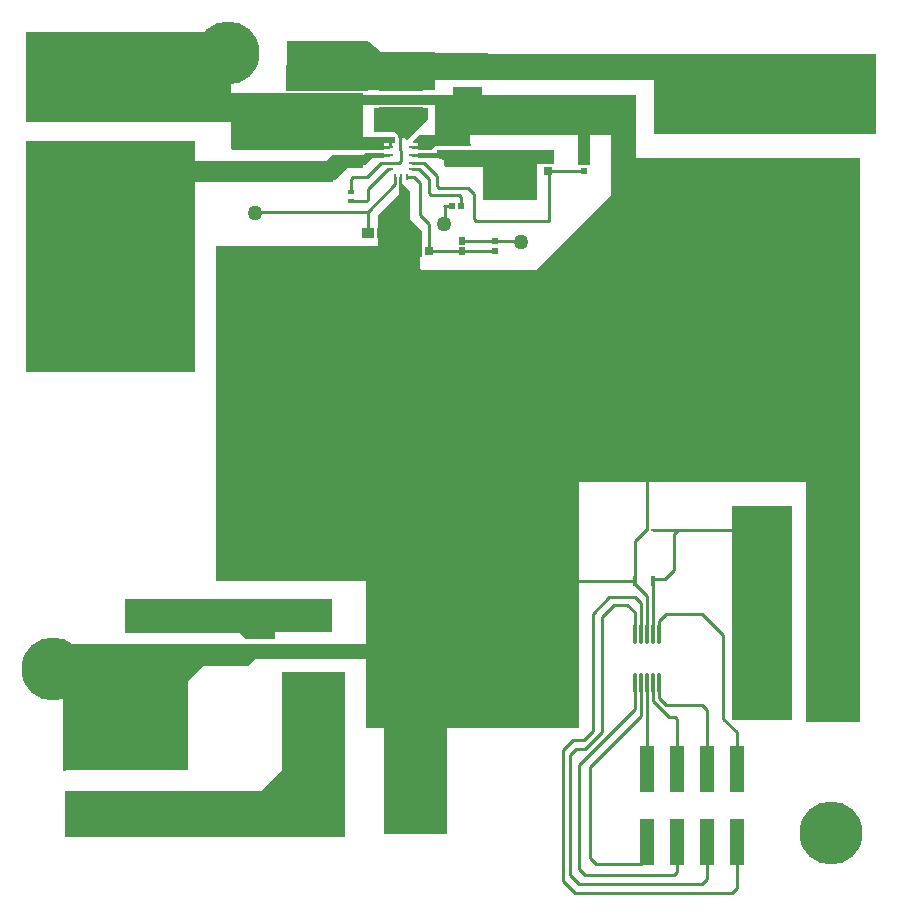
<source format=gtl>
G04*
G04 #@! TF.GenerationSoftware,Altium Limited,Altium Designer,22.9.1 (49)*
G04*
G04 Layer_Physical_Order=1*
G04 Layer_Color=255*
%FSLAX25Y25*%
%MOIN*%
G70*
G04*
G04 #@! TF.SameCoordinates,F90F1F70-A081-4BF1-957E-811509834440*
G04*
G04*
G04 #@! TF.FilePolarity,Positive*
G04*
G01*
G75*
%ADD14C,0.01000*%
%ADD15R,0.02362X0.00984*%
%ADD16R,0.00984X0.02362*%
%ADD17R,0.06717X0.04546*%
%ADD18O,0.01181X0.06693*%
%ADD19R,0.05000X0.15512*%
%ADD20R,0.01394X0.01034*%
%ADD21R,0.02631X0.02648*%
%ADD22R,0.17323X0.07480*%
%ADD23R,0.15512X0.05000*%
%ADD24R,0.28347X0.41339*%
%ADD25R,0.11221X0.04134*%
%ADD26R,0.02441X0.02598*%
%ADD27R,0.02559X0.02559*%
%ADD28R,0.03591X0.03775*%
%ADD29R,0.01860X0.01843*%
%ADD30R,0.01843X0.01860*%
%ADD31R,0.05315X0.03740*%
%ADD32R,0.04749X0.03765*%
%ADD33R,0.01772X0.03740*%
%ADD34R,0.14567X0.03858*%
%ADD35R,0.03197X0.02985*%
%ADD36R,0.04453X0.03591*%
%ADD37R,0.01968X0.01575*%
%ADD38R,0.00984X0.07185*%
%ADD45C,0.08300*%
%ADD48C,0.21000*%
%ADD49C,0.05000*%
G36*
X96500Y289500D02*
X123000D01*
Y288931D01*
X123413Y289127D01*
X127494Y285766D01*
X145500D01*
Y285500D01*
X163000D01*
Y284847D01*
X163462Y285038D01*
X163500Y285000D01*
X292500D01*
Y259000D01*
X292538Y258962D01*
X292347Y258500D01*
X218500D01*
Y276500D01*
X145500D01*
Y273412D01*
X145000Y273000D01*
X123000D01*
X122828Y272828D01*
X96112D01*
X95760Y273184D01*
X95991Y289358D01*
X96454Y289546D01*
X96500Y289500D01*
D02*
G37*
G36*
X143000Y263500D02*
X136024Y256524D01*
X135524Y256557D01*
Y257207D01*
X134531D01*
Y252614D01*
X133531D01*
Y257207D01*
X133000D01*
Y258000D01*
X132000Y259000D01*
X125000D01*
Y267000D01*
X143000D01*
Y263500D01*
D02*
G37*
G36*
X185000Y248500D02*
X179500D01*
Y236500D01*
X161500D01*
Y247500D01*
X149000D01*
X148500Y248000D01*
Y249558D01*
X146000Y250500D01*
X139756D01*
Y250882D01*
X137575D01*
Y251882D01*
X139756D01*
Y252000D01*
X145995D01*
X146000Y251502D01*
Y253000D01*
X185000D01*
Y248500D01*
D02*
G37*
G36*
X65500Y249500D02*
X109000D01*
X111000Y251500D01*
X121500D01*
X122000Y252000D01*
X128307D01*
Y251882D01*
X130488D01*
Y250882D01*
X128307D01*
Y250500D01*
X124500D01*
X121962Y247962D01*
X121500Y248153D01*
Y247500D01*
X120948Y246948D01*
X116349D01*
X116000Y247298D01*
Y247000D01*
X111962Y242962D01*
X111500Y243153D01*
Y242500D01*
X65500D01*
Y179000D01*
X9000D01*
Y256000D01*
X65500D01*
Y249500D01*
D02*
G37*
G36*
X77500Y272000D02*
X121500D01*
Y271372D01*
X121809Y271500D01*
X151500D01*
Y274000D01*
X161000D01*
Y271750D01*
X160896Y271500D01*
X212500D01*
Y258000D01*
Y250500D01*
X287000D01*
Y142500D01*
Y62500D01*
X269000D01*
Y142500D01*
X193500D01*
Y60500D01*
X149500D01*
Y25000D01*
X128500D01*
Y60500D01*
X122500D01*
Y83500D01*
X85500D01*
X83000Y81000D01*
X68000D01*
X63000Y76000D01*
Y46500D01*
X22500D01*
X21962Y45962D01*
X21500Y46153D01*
Y88500D01*
X122500D01*
Y109500D01*
X72500D01*
Y221000D01*
X126500D01*
Y231500D01*
X133500Y238500D01*
Y241819D01*
X133531D01*
Y244000D01*
X134531D01*
Y241819D01*
X134681D01*
X137000Y239500D01*
Y230000D01*
X141000Y226000D01*
Y217881D01*
X140712Y217500D01*
X140500D01*
Y213500D01*
X141000Y213000D01*
X179000D01*
X186000Y220000D01*
X204000Y238000D01*
Y250500D01*
Y258000D01*
X197000D01*
Y248000D01*
X193000D01*
Y258000D01*
X157000D01*
Y255500D01*
X157538Y254962D01*
X157347Y254500D01*
X145500D01*
X144000Y253000D01*
X139756D01*
Y253441D01*
X137575D01*
Y254441D01*
X139756D01*
Y255433D01*
X138086D01*
X137895Y255895D01*
X140000Y258000D01*
X145500D01*
Y268000D01*
X142084D01*
Y268064D01*
X125917D01*
Y268000D01*
X121500D01*
Y266000D01*
Y257500D01*
X132000D01*
Y255433D01*
X130988D01*
Y253941D01*
X130488D01*
Y253441D01*
X128307D01*
Y253000D01*
X78000D01*
X77500Y253500D01*
Y262500D01*
X9000D01*
Y292500D01*
X77500D01*
Y272000D01*
D02*
G37*
G36*
X42000Y92316D02*
X41845Y92162D01*
X42000Y92500D01*
Y92316D01*
D02*
G37*
G36*
X111000Y92500D02*
X92000D01*
Y90000D01*
X82500D01*
X80500Y92000D01*
X42500D01*
X42000Y92500D01*
Y103500D01*
X111000D01*
Y92500D01*
D02*
G37*
G36*
X264500Y63000D02*
X244500D01*
Y134500D01*
X264500D01*
Y63000D01*
D02*
G37*
G36*
X115500Y24000D02*
X22000D01*
Y39500D01*
X87500D01*
X94500Y46500D01*
Y79000D01*
X115500D01*
Y24000D01*
D02*
G37*
%LPC*%
G36*
X129988Y255433D02*
X128307D01*
Y254441D01*
X129988D01*
Y255433D01*
D02*
G37*
%LPD*%
D14*
X218000Y126500D02*
X226500D01*
X193500Y48000D02*
X212063Y66563D01*
Y75429D01*
X193500Y13500D02*
Y48000D01*
X192500Y53500D02*
X195500D01*
X201000Y59000D01*
Y97500D01*
X115000Y216500D02*
X125000D01*
X104000D02*
X115000D01*
X85500Y232000D02*
X86000Y232500D01*
X123000D01*
X104000Y206500D02*
X125000D01*
Y216500D01*
X94000D02*
X104000Y206500D01*
X127476Y248854D02*
X130488D01*
X133325Y248823D02*
X134031Y249530D01*
X130488Y248823D02*
X133325D01*
X134031Y249530D02*
Y252614D01*
X197000Y47500D02*
X214032Y64531D01*
Y75429D01*
X197000Y17000D02*
Y47500D01*
Y17000D02*
X199000Y15000D01*
X216000Y17000D02*
Y22256D01*
X214000Y15000D02*
X216000Y17000D01*
X199000Y15000D02*
X214000D01*
X190500Y51500D02*
X192500Y53500D01*
X193500Y13500D02*
X195500Y11500D01*
X225000D01*
X226000Y12500D02*
Y22256D01*
X225000Y11500D02*
X226000Y12500D01*
X212063Y91571D02*
Y98937D01*
X209500Y101500D02*
X212063Y98937D01*
X201000Y97500D02*
X205000Y101500D01*
X209500D01*
X190500Y11500D02*
Y51500D01*
Y11500D02*
X193500Y8500D01*
X234500D01*
X236000Y10000D01*
Y22256D01*
X214032Y91571D02*
Y101969D01*
X212000Y104000D02*
X214032Y101969D01*
X203500Y104000D02*
X212000D01*
X198000Y98500D02*
X203500Y104000D01*
X198000Y59500D02*
Y98500D01*
X195000Y56500D02*
X198000Y59500D01*
X191500Y56500D02*
X195000D01*
X188000Y53000D02*
X191500Y56500D01*
X188000Y9500D02*
Y53000D01*
Y9500D02*
X192000Y5500D01*
X244500D01*
X246000Y7000D01*
Y22256D01*
X216000Y46744D02*
Y75429D01*
X217969Y69532D02*
Y75429D01*
X226000Y46744D02*
Y63414D01*
X225414Y64000D02*
X226000Y63414D01*
X223500Y64000D02*
X225414D01*
X217969Y69532D02*
X223500Y64000D01*
X222500Y68000D02*
X234500D01*
X219937Y75429D02*
X219972Y75394D01*
Y71028D02*
X220000Y71000D01*
Y70500D02*
X222500Y68000D01*
X220000Y70500D02*
Y71000D01*
X219972Y71028D02*
Y75394D01*
X234500Y68000D02*
X236000Y66500D01*
Y46744D02*
Y66500D01*
X219937Y91571D02*
Y95937D01*
X222500Y98500D01*
X234500D01*
X241500Y91500D01*
Y63500D02*
Y91500D01*
Y63500D02*
X246000Y59000D01*
Y46744D02*
Y59000D01*
X225000Y125000D02*
X226500Y126500D01*
X251000D01*
X254000Y129500D01*
X218437Y110000D02*
X222000D01*
X225000Y113000D01*
X218051Y109500D02*
Y109614D01*
X218003Y91606D02*
Y109452D01*
X218051Y109500D01*
X225000Y113000D02*
Y125000D01*
X217969Y91571D02*
X218003Y91606D01*
X218051Y109614D02*
X218437Y110000D01*
X188000Y109500D02*
X211949D01*
X187500Y110000D02*
X188000Y109500D01*
X215998Y126500D02*
Y144002D01*
X215500Y144500D02*
X215998Y144002D01*
X211949Y109500D02*
Y122631D01*
X215818Y126500D01*
X215998D01*
X211949Y108516D02*
X216000Y104465D01*
Y91571D02*
Y104465D01*
X211949Y108516D02*
Y109500D01*
X148597Y228262D02*
Y234403D01*
X148500Y234500D02*
X148597Y234403D01*
X148500Y234500D02*
X151000D01*
X173917Y222583D02*
X174000Y222500D01*
X165500Y222583D02*
X173917D01*
X154500Y222732D02*
X154575Y222658D01*
X165426D01*
X165500Y222583D01*
X183073Y245990D02*
X183500Y245563D01*
X183000Y246063D02*
X183073Y245990D01*
X183500Y229500D02*
Y245563D01*
X159086Y229500D02*
X183500D01*
X158500Y230086D02*
Y238500D01*
Y230086D02*
X159086Y229500D01*
X146586Y240500D02*
X156500D01*
X158500Y238500D01*
X143500Y238586D02*
X144086Y238000D01*
X153500D01*
X154166Y237333D01*
Y234500D02*
Y237333D01*
X194927Y245990D02*
X195000Y245917D01*
X183073Y245990D02*
X194927D01*
X146000Y241086D02*
X146586Y240500D01*
X146000Y241086D02*
Y244500D01*
X141677Y248823D02*
X146000Y244500D01*
X137575Y248823D02*
X141677D01*
X137575Y246854D02*
X140146D01*
X143500Y243500D01*
Y238586D02*
Y243500D01*
X154575Y219342D02*
X165426D01*
X154500Y219268D02*
X154575Y219342D01*
X165426D02*
X165500Y219417D01*
X154384Y219384D02*
X154500Y219268D01*
X143477Y219500D02*
X143593Y219384D01*
X154384D01*
X143500Y219523D02*
Y228500D01*
X143477Y219500D02*
X143500Y219523D01*
X140500Y231500D02*
X143500Y228500D01*
X138500Y244000D02*
X140500Y242000D01*
Y231500D02*
Y242000D01*
X136000Y244000D02*
X138500D01*
X122957Y225500D02*
X123000Y225543D01*
Y232500D01*
X132063Y241563D01*
Y244000D01*
X123000Y236511D02*
Y240000D01*
X117500Y235925D02*
X122414D01*
X123000Y236511D01*
Y240000D02*
X129854Y246854D01*
X122622Y244000D02*
X127476Y248854D01*
X129854Y246854D02*
X130488D01*
X117500Y243500D02*
X118000Y244000D01*
X117500Y239075D02*
Y243500D01*
X118000Y244000D02*
X122622D01*
D15*
X137575Y253941D02*
D03*
Y251382D02*
D03*
Y248823D02*
D03*
Y246854D02*
D03*
X130488D02*
D03*
Y248823D02*
D03*
Y251382D02*
D03*
Y253941D02*
D03*
D16*
X136000Y244000D02*
D03*
X134031D02*
D03*
X132063D02*
D03*
D17*
X106000Y257023D02*
D03*
X167000Y260523D02*
D03*
Y250477D02*
D03*
X106000Y246977D02*
D03*
D18*
X219937Y91571D02*
D03*
X217969D02*
D03*
X216000D02*
D03*
X214032D02*
D03*
X212063D02*
D03*
X219937Y75429D02*
D03*
X217969D02*
D03*
X216000D02*
D03*
X214032D02*
D03*
X212063D02*
D03*
D19*
X246000Y46744D02*
D03*
X236000D02*
D03*
X226000D02*
D03*
X216000D02*
D03*
X246000Y22256D02*
D03*
X236000D02*
D03*
X226000D02*
D03*
X216000D02*
D03*
D20*
X218000Y126500D02*
D03*
X215998D02*
D03*
D21*
X139523Y219500D02*
D03*
X143477D02*
D03*
D22*
X104374Y30500D02*
D03*
X138626D02*
D03*
D23*
X254256Y102000D02*
D03*
Y92000D02*
D03*
Y82000D02*
D03*
Y72000D02*
D03*
X278744Y102000D02*
D03*
Y92000D02*
D03*
Y82000D02*
D03*
Y72000D02*
D03*
D24*
X144000Y86000D02*
D03*
D25*
X103842Y76000D02*
D03*
Y86000D02*
D03*
Y96000D02*
D03*
D26*
X154500Y222732D02*
D03*
Y219268D02*
D03*
D27*
X183000Y246063D02*
D03*
Y250000D02*
D03*
D28*
X150500Y256361D02*
D03*
Y250639D02*
D03*
X116000Y254861D02*
D03*
Y249139D02*
D03*
D29*
X165500Y222583D02*
D03*
Y219417D02*
D03*
X195000Y245917D02*
D03*
Y249083D02*
D03*
D30*
X151000Y234500D02*
D03*
X154166D02*
D03*
D31*
X116000Y270000D02*
D03*
Y275905D02*
D03*
X103529Y270000D02*
D03*
Y275905D02*
D03*
D32*
X156000Y271965D02*
D03*
Y280035D02*
D03*
D33*
X211949Y109500D02*
D03*
X218051D02*
D03*
D34*
X134000Y274665D02*
D03*
Y265335D02*
D03*
D35*
X86500Y87032D02*
D03*
Y91969D02*
D03*
D36*
X122957Y225500D02*
D03*
X128000D02*
D03*
D37*
X117500Y239075D02*
D03*
Y235925D02*
D03*
D38*
X134031Y252614D02*
D03*
D45*
X260000Y264000D02*
D03*
Y244000D02*
D03*
X38000Y34000D02*
D03*
Y54000D02*
D03*
X40000Y250000D02*
D03*
Y270000D02*
D03*
D48*
X18000Y80000D02*
D03*
X271000Y197000D02*
D03*
X277500Y25500D02*
D03*
X76500Y285500D02*
D03*
D49*
X254000Y122000D02*
D03*
X115000Y216500D02*
D03*
X146500Y137500D02*
D03*
X168500D02*
D03*
X157500D02*
D03*
X135500D02*
D03*
X125500D02*
D03*
Y127500D02*
D03*
X135500D02*
D03*
X146500D02*
D03*
X157500Y128000D02*
D03*
X168500D02*
D03*
X146000Y156500D02*
D03*
X168000D02*
D03*
X157000D02*
D03*
X135000D02*
D03*
X125000D02*
D03*
Y146500D02*
D03*
X135000D02*
D03*
X146000D02*
D03*
X157000Y147000D02*
D03*
X168000D02*
D03*
X146000Y176500D02*
D03*
X168000D02*
D03*
X157000D02*
D03*
X135000D02*
D03*
X125000D02*
D03*
Y166500D02*
D03*
X135000D02*
D03*
X146000D02*
D03*
X157000Y167000D02*
D03*
X168000D02*
D03*
Y187000D02*
D03*
X157000D02*
D03*
X146000Y186500D02*
D03*
X135000D02*
D03*
X125000D02*
D03*
X85500Y232000D02*
D03*
X168500Y119000D02*
D03*
X157500D02*
D03*
X135500D02*
D03*
X146500D02*
D03*
X125500D02*
D03*
X125000Y206500D02*
D03*
Y196500D02*
D03*
X94000Y216500D02*
D03*
X104000D02*
D03*
X125000D02*
D03*
X151000Y97000D02*
D03*
Y86000D02*
D03*
Y75000D02*
D03*
X145500Y80500D02*
D03*
Y91500D02*
D03*
X140000Y97000D02*
D03*
Y86000D02*
D03*
Y75000D02*
D03*
X77000Y267500D02*
D03*
X197500Y264500D02*
D03*
X157500Y264000D02*
D03*
X150000D02*
D03*
X94000Y196500D02*
D03*
X135000D02*
D03*
X94000Y206500D02*
D03*
X115000D02*
D03*
X104000Y196500D02*
D03*
X157000D02*
D03*
X178500Y264500D02*
D03*
X100000Y263500D02*
D03*
X206500Y264500D02*
D03*
X85500Y267500D02*
D03*
X69000D02*
D03*
X86000Y259500D02*
D03*
X187500Y264500D02*
D03*
X168000Y196500D02*
D03*
X146000D02*
D03*
X115000D02*
D03*
X104000Y206500D02*
D03*
X254000Y129500D02*
D03*
X47500Y97500D02*
D03*
X57914Y97797D02*
D03*
X166000Y240500D02*
D03*
X176000D02*
D03*
X39500Y212000D02*
D03*
Y200500D02*
D03*
Y187000D02*
D03*
X52500Y187500D02*
D03*
Y200000D02*
D03*
Y212000D02*
D03*
X25500D02*
D03*
Y200500D02*
D03*
X26000Y187500D02*
D03*
X148500Y228500D02*
D03*
X229000Y269500D02*
D03*
X174000Y222500D02*
D03*
M02*

</source>
